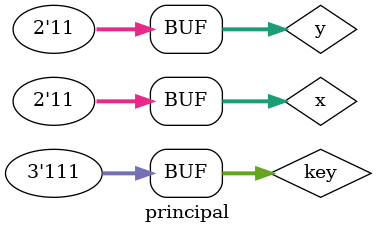
<source format=v>


module funcao(output [1:0]s0, input [1:0]a, input [1:0]b, input [2:0]key);
	wire [15:0] s;
	
	not not1(s[0],a[0]);
	not not2(s[1],a[1]);
	not not3(s[2],b[0]);
	not not4(s[3],b[1]);
	
	or or1(s[4],a[0],b[0]);
	or or2(s[5],a[1],b[1]);
	nor nor1(s[6],a[0],b[0]);
	nor nor2(s[7],a[1],b[1]);
	and and1(s[8],a[0],b[0]);
	and and2(s[9],a[1],b[1]);
	nand nand1(s[10],a[0],b[0]);
	nand nand2(s[11],a[1],b[1]);
	xor xor1(s[12],a[0],b[0]);
	xor xor2(s[13],a[1],b[1]);
	xnor xnor1(s[14],a[0],b[0]);
	xnor xnor2(s[15],a[1],b[1]);
	
	chave chave1(s0,key,s[1:0],s[3:2],s[5:4],s[7:6],s[9:8],s[11:10],s[13:12],s[15:14]);
	
endmodule //funcao

module chave(s,key,s0,s1,s2,s3,s4,s5,s6,s7);
	output[1:0]s;
	reg[1:0]s;
	input [1:0]s0,s1,s2,s3,s4,s5,s6,s7;
	input[2:0]key;
	
	always @ (s0 or s1 or s2 or s3 or s4 or s5 or s6 or s7 or key)
	
	begin
		if(key == 3'b000)
			s = s0;
		else if(key == 3'b001)
			s = s1;
		else if(key == 3'b010)
			s = s2;
		else if(key == 3'b011)
			s = s3;
		else if(key == 3'b100)
			s = s4;
		else if(key == 3'b101)
			s = s5;
		else if(key == 3'b110)
			s = s6;
		else if(key == 3'b111)
			s = s7;
	end

endmodule //chave

module principal;
	//definir dados
	reg[1:0]x,y;
	reg[2:0]key;
	wire[1:0]s;
	
	//instancia
	funcao funcao1(s,x,y,key);
	
	initial begin:start
		x = 2'b00;
		y = 2'b00;
		key = 3'b000;
	end
	
	initial begin:main
		$display("Exemplo0035 -Julio Machado - 435666");
		$display("LU's test - seleção entre operações com chave de 3 bits");
		$display("key: (000)- not(a), (001) - not(b), (010) - or, (011) - nor");
		$display("\t(100) - and, (101) - nand , (110) - xor, (111) - xnor");
		$display("\t\t  t \t key \t x - y = s\n");
		$monitor("%d \t %3b \t %2b - %2b = %2b",$time,key,x,y,s);
		
		#1 key = 1;
		#1 key = 2;
		#1 key = 3;
		#1 key = 4;
		#1 key = 5;
		#1 key = 6;
		#1 key = 7;
		
		#1 key = 0; y = 1;
		#1 key = 1;
		#1 key = 2;
		#1 key = 3;
		#1 key = 4;
		#1 key = 5;
		#1 key = 6;
		#1 key = 7;
		
		#1 key = 0; y = 2;
		#1 key = 1;
		#1 key = 2;
		#1 key = 3;
		#1 key = 4;
		#1 key = 5;
		#1 key = 6;
		#1 key = 7;
		
		#1 key = 0; y = 3;
		#1 key = 1;
		#1 key = 2;
		#1 key = 3;
		#1 key = 4;
		#1 key = 5;
		#1 key = 6;
		#1 key = 7;
		
		#1 key = 0; x = 1; y = 0;
		#1 key = 1;
		#1 key = 2;
		#1 key = 3;
		#1 key = 4;
		#1 key = 5;
		#1 key = 6;
		#1 key = 7;
		
		#1 key = 0; y = 1;
		#1 key = 1;
		#1 key = 2;
		#1 key = 3;
		#1 key = 4;
		#1 key = 5;
		#1 key = 6;
		#1 key = 7;
		
		#1 key = 0; y = 2;
		#1 key = 1;
		#1 key = 2;
		#1 key = 3;
		#1 key = 4;
		#1 key = 5;
		#1 key = 6;
		#1 key = 7;
		
		#1 key = 0; y = 3;
		#1 key = 1;
		#1 key = 2;
		#1 key = 3;
		#1 key = 4;
		#1 key = 5;
		#1 key = 6;
		#1 key = 7;
		
		#1 key = 0; x = 2; y = 0;
		#1 key = 1;
		#1 key = 2;
		#1 key = 3;
		#1 key = 4;
		#1 key = 5;
		#1 key = 6;
		#1 key = 7;
		
		#1 key = 0; y = 1;
		#1 key = 1;
		#1 key = 2;
		#1 key = 3;
		#1 key = 4;
		#1 key = 5;
		#1 key = 6;
		#1 key = 7;
		
		#1 key = 0; y = 2;
		#1 key = 1;
		#1 key = 2;
		#1 key = 3;
		#1 key = 4;
		#1 key = 5;
		#1 key = 6;
		#1 key = 7;
		
		#1 key = 0; y = 3;
		#1 key = 1;
		#1 key = 2;
		#1 key = 3;
		#1 key = 4;
		#1 key = 5;
		#1 key = 6;
		#1 key = 7;
		
		#1 key = 0; x = 3; y = 0;
		#1 key = 1;
		#1 key = 2;
		#1 key = 3;
		#1 key = 4;
		#1 key = 5;
		#1 key = 6;
		#1 key = 7;
		
		#1 key = 0; y = 1;
		#1 key = 1;
		#1 key = 2;
		#1 key = 3;
		#1 key = 4;
		#1 key = 5;
		#1 key = 6;
		#1 key = 7;
		
		#1 key = 0; y = 2;
		#1 key = 1;
		#1 key = 2;
		#1 key = 3;
		#1 key = 4;
		#1 key = 5;
		#1 key = 6;
		#1 key = 7;
		
		#1 key = 0; y = 3;
		#1 key = 1;
		#1 key = 2;
		#1 key = 3;
		#1 key = 4;
		#1 key = 5;
		#1 key = 6;
		#1 key = 7;
		
	end
endmodule //principal
</source>
